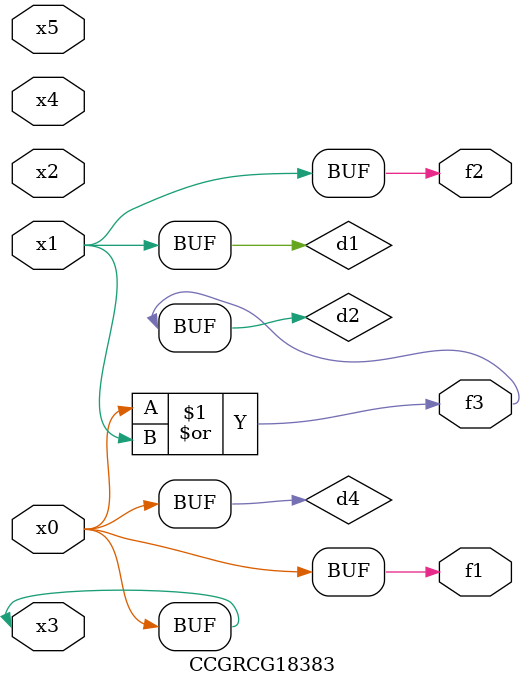
<source format=v>
module CCGRCG18383(
	input x0, x1, x2, x3, x4, x5,
	output f1, f2, f3
);

	wire d1, d2, d3, d4;

	and (d1, x1);
	or (d2, x0, x1);
	nand (d3, x0, x5);
	buf (d4, x0, x3);
	assign f1 = d4;
	assign f2 = d1;
	assign f3 = d2;
endmodule

</source>
